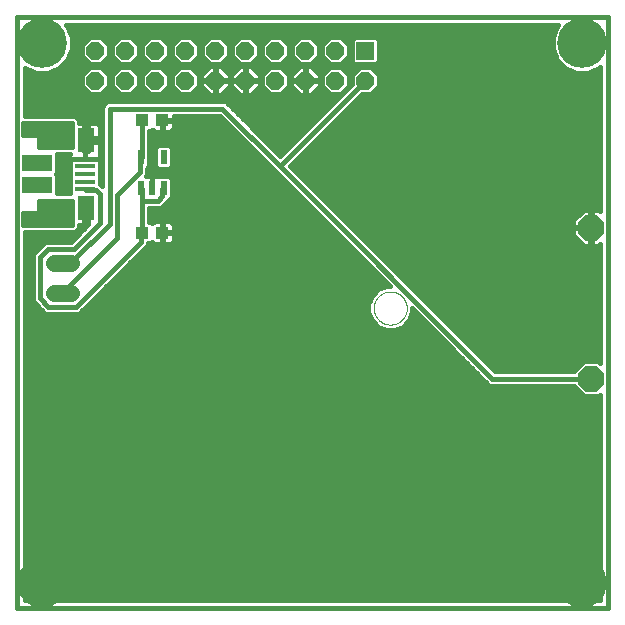
<source format=gtl>
G75*
%MOIN*%
%OFA0B0*%
%FSLAX25Y25*%
%IPPOS*%
%LPD*%
%AMOC8*
5,1,8,0,0,1.08239X$1,22.5*
%
%ADD10C,0.01600*%
%ADD11C,0.00000*%
%ADD12OC8,0.08500*%
%ADD13R,0.06732X0.01575*%
%ADD14R,0.05748X0.07874*%
%ADD15R,0.09843X0.05413*%
%ADD16R,0.06000X0.06000*%
%ADD17OC8,0.06000*%
%ADD18R,0.04331X0.03937*%
%ADD19R,0.02165X0.04724*%
%ADD20C,0.05600*%
%ADD21C,0.16598*%
D10*
X0002849Y0001800D02*
X0199700Y0001800D01*
X0199700Y0198650D01*
X0002849Y0198650D01*
X0002849Y0001800D01*
X0005449Y0004400D02*
X0005449Y0126952D01*
X0010518Y0126952D01*
X0010541Y0126942D01*
X0010671Y0126942D01*
X0010795Y0126905D01*
X0011145Y0126942D01*
X0021614Y0126942D01*
X0022496Y0127308D01*
X0023172Y0127983D01*
X0023537Y0128865D01*
X0023537Y0129206D01*
X0025205Y0129206D01*
X0025205Y0134306D01*
X0026479Y0134306D01*
X0026479Y0129623D01*
X0020655Y0123800D01*
X0012772Y0123800D01*
X0011890Y0123435D01*
X0009090Y0120635D01*
X0008415Y0119959D01*
X0008049Y0119077D01*
X0008049Y0104523D01*
X0008415Y0103641D01*
X0011215Y0100841D01*
X0011890Y0100165D01*
X0012772Y0099800D01*
X0022927Y0099800D01*
X0023809Y0100165D01*
X0045409Y0121765D01*
X0046084Y0122441D01*
X0046412Y0123231D01*
X0047331Y0123231D01*
X0047708Y0123608D01*
X0047925Y0123391D01*
X0048336Y0123154D01*
X0048794Y0123031D01*
X0051012Y0123031D01*
X0051012Y0126616D01*
X0051380Y0126616D01*
X0051380Y0126984D01*
X0055161Y0126984D01*
X0055161Y0129005D01*
X0055039Y0129463D01*
X0054802Y0129874D01*
X0054467Y0130209D01*
X0054056Y0130446D01*
X0053598Y0130568D01*
X0051380Y0130568D01*
X0051380Y0126984D01*
X0051012Y0126984D01*
X0051012Y0130568D01*
X0048794Y0130568D01*
X0048336Y0130446D01*
X0047925Y0130209D01*
X0047708Y0129992D01*
X0047331Y0130368D01*
X0046849Y0130368D01*
X0046849Y0135000D01*
X0050127Y0135000D01*
X0051009Y0135365D01*
X0051684Y0136041D01*
X0053284Y0137641D01*
X0053317Y0137719D01*
X0053335Y0137719D01*
X0054272Y0138657D01*
X0054272Y0144706D01*
X0053335Y0145644D01*
X0049844Y0145644D01*
X0049814Y0145613D01*
X0049627Y0145721D01*
X0049169Y0145844D01*
X0047850Y0145844D01*
X0047850Y0141682D01*
X0047849Y0141682D01*
X0047849Y0145844D01*
X0046530Y0145844D01*
X0046072Y0145721D01*
X0045885Y0145613D01*
X0045855Y0145644D01*
X0045685Y0145644D01*
X0046049Y0146523D01*
X0046049Y0148151D01*
X0046792Y0148894D01*
X0046792Y0151495D01*
X0046794Y0151499D01*
X0046805Y0151615D01*
X0046849Y0151723D01*
X0046849Y0152087D01*
X0046884Y0152450D01*
X0046849Y0152561D01*
X0046849Y0160731D01*
X0047331Y0160731D01*
X0047708Y0161108D01*
X0047925Y0160891D01*
X0048336Y0160654D01*
X0048794Y0160531D01*
X0051012Y0160531D01*
X0051012Y0164116D01*
X0051380Y0164116D01*
X0051380Y0164484D01*
X0055161Y0164484D01*
X0055161Y0165800D01*
X0070255Y0165800D01*
X0089090Y0146965D01*
X0127062Y0108994D01*
X0125726Y0108994D01*
X0123038Y0107881D01*
X0120982Y0105824D01*
X0119868Y0103136D01*
X0119868Y0100227D01*
X0120982Y0097540D01*
X0123038Y0095483D01*
X0125726Y0094370D01*
X0128635Y0094370D01*
X0131322Y0095483D01*
X0133379Y0097540D01*
X0134492Y0100227D01*
X0134492Y0101563D01*
X0159215Y0076841D01*
X0159215Y0076841D01*
X0159890Y0076165D01*
X0160772Y0075800D01*
X0188259Y0075800D01*
X0188259Y0075637D01*
X0191686Y0072210D01*
X0196532Y0072210D01*
X0197100Y0072777D01*
X0197100Y0004400D01*
X0005449Y0004400D01*
X0005449Y0004997D02*
X0197100Y0004997D01*
X0197100Y0006596D02*
X0005449Y0006596D01*
X0005449Y0008194D02*
X0197100Y0008194D01*
X0197100Y0009793D02*
X0005449Y0009793D01*
X0005449Y0011391D02*
X0197100Y0011391D01*
X0197100Y0012990D02*
X0005449Y0012990D01*
X0005449Y0014588D02*
X0197100Y0014588D01*
X0197100Y0016187D02*
X0005449Y0016187D01*
X0005449Y0017785D02*
X0197100Y0017785D01*
X0197100Y0019384D02*
X0005449Y0019384D01*
X0005449Y0020982D02*
X0197100Y0020982D01*
X0197100Y0022581D02*
X0005449Y0022581D01*
X0005449Y0024179D02*
X0197100Y0024179D01*
X0197100Y0025778D02*
X0005449Y0025778D01*
X0005449Y0027376D02*
X0197100Y0027376D01*
X0197100Y0028975D02*
X0005449Y0028975D01*
X0005449Y0030573D02*
X0197100Y0030573D01*
X0197100Y0032172D02*
X0005449Y0032172D01*
X0005449Y0033770D02*
X0197100Y0033770D01*
X0197100Y0035369D02*
X0005449Y0035369D01*
X0005449Y0036967D02*
X0197100Y0036967D01*
X0197100Y0038566D02*
X0005449Y0038566D01*
X0005449Y0040164D02*
X0197100Y0040164D01*
X0197100Y0041763D02*
X0005449Y0041763D01*
X0005449Y0043361D02*
X0197100Y0043361D01*
X0197100Y0044960D02*
X0005449Y0044960D01*
X0005449Y0046558D02*
X0197100Y0046558D01*
X0197100Y0048157D02*
X0005449Y0048157D01*
X0005449Y0049755D02*
X0197100Y0049755D01*
X0197100Y0051354D02*
X0005449Y0051354D01*
X0005449Y0052952D02*
X0197100Y0052952D01*
X0197100Y0054551D02*
X0005449Y0054551D01*
X0005449Y0056149D02*
X0197100Y0056149D01*
X0197100Y0057748D02*
X0005449Y0057748D01*
X0005449Y0059346D02*
X0197100Y0059346D01*
X0197100Y0060945D02*
X0005449Y0060945D01*
X0005449Y0062543D02*
X0197100Y0062543D01*
X0197100Y0064142D02*
X0005449Y0064142D01*
X0005449Y0065740D02*
X0197100Y0065740D01*
X0197100Y0067339D02*
X0005449Y0067339D01*
X0005449Y0068937D02*
X0197100Y0068937D01*
X0197100Y0070536D02*
X0005449Y0070536D01*
X0005449Y0072134D02*
X0197100Y0072134D01*
X0194109Y0078060D02*
X0194049Y0078200D01*
X0161249Y0078200D01*
X0090449Y0149000D01*
X0118849Y0177400D01*
X0118912Y0177528D01*
X0122329Y0174439D02*
X0197100Y0174439D01*
X0197100Y0172841D02*
X0117684Y0172841D01*
X0117772Y0172928D02*
X0120818Y0172928D01*
X0123512Y0175623D01*
X0123512Y0179434D01*
X0120818Y0182128D01*
X0117007Y0182128D01*
X0114312Y0179434D01*
X0114312Y0176257D01*
X0090449Y0152394D01*
X0072609Y0170235D01*
X0071727Y0170600D01*
X0033172Y0170600D01*
X0032290Y0170235D01*
X0031615Y0169559D01*
X0031249Y0168677D01*
X0031249Y0142394D01*
X0030609Y0143035D01*
X0030296Y0143164D01*
X0030296Y0149862D01*
X0030373Y0149996D01*
X0030496Y0150454D01*
X0030496Y0151478D01*
X0025330Y0151478D01*
X0025330Y0151478D01*
X0030496Y0151478D01*
X0030496Y0152502D01*
X0030373Y0152960D01*
X0030330Y0153036D01*
X0030393Y0153145D01*
X0030516Y0153603D01*
X0030516Y0157140D01*
X0026479Y0157140D01*
X0026479Y0158414D01*
X0030516Y0158414D01*
X0030516Y0161951D01*
X0030393Y0162409D01*
X0030156Y0162820D01*
X0029821Y0163155D01*
X0029410Y0163392D01*
X0028953Y0163514D01*
X0026479Y0163514D01*
X0026479Y0158414D01*
X0025205Y0158414D01*
X0025205Y0163514D01*
X0023537Y0163514D01*
X0023537Y0163924D01*
X0023172Y0164806D01*
X0022496Y0165481D01*
X0021614Y0165847D01*
X0011503Y0165847D01*
X0011475Y0165858D01*
X0011126Y0165858D01*
X0010780Y0165896D01*
X0010653Y0165858D01*
X0005449Y0165858D01*
X0005449Y0181783D01*
X0005558Y0181674D01*
X0009197Y0180166D01*
X0013135Y0180166D01*
X0016773Y0181674D01*
X0019558Y0184458D01*
X0021065Y0188097D01*
X0021065Y0192035D01*
X0019558Y0195673D01*
X0019181Y0196050D01*
X0183151Y0196050D01*
X0182774Y0195673D01*
X0181267Y0192035D01*
X0181267Y0188097D01*
X0182774Y0184458D01*
X0185558Y0181674D01*
X0189197Y0180166D01*
X0193135Y0180166D01*
X0196773Y0181674D01*
X0197100Y0182000D01*
X0197100Y0134019D01*
X0196615Y0134504D01*
X0194309Y0134504D01*
X0194309Y0128654D01*
X0193909Y0128654D01*
X0193909Y0134504D01*
X0191603Y0134504D01*
X0188059Y0130960D01*
X0188059Y0128654D01*
X0193909Y0128654D01*
X0193909Y0128254D01*
X0188059Y0128254D01*
X0188059Y0125948D01*
X0191603Y0122404D01*
X0193909Y0122404D01*
X0193909Y0128253D01*
X0194309Y0128253D01*
X0194309Y0122404D01*
X0196615Y0122404D01*
X0197100Y0122888D01*
X0197100Y0083342D01*
X0196532Y0083910D01*
X0191686Y0083910D01*
X0188376Y0080600D01*
X0162244Y0080600D01*
X0093844Y0149000D01*
X0117772Y0172928D01*
X0116086Y0171242D02*
X0197100Y0171242D01*
X0197100Y0169644D02*
X0114487Y0169644D01*
X0112889Y0168045D02*
X0197100Y0168045D01*
X0197100Y0166447D02*
X0111290Y0166447D01*
X0109692Y0164848D02*
X0197100Y0164848D01*
X0197100Y0163250D02*
X0108093Y0163250D01*
X0106495Y0161651D02*
X0197100Y0161651D01*
X0197100Y0160053D02*
X0104896Y0160053D01*
X0103298Y0158454D02*
X0197100Y0158454D01*
X0197100Y0156856D02*
X0101699Y0156856D01*
X0100101Y0155257D02*
X0197100Y0155257D01*
X0197100Y0153659D02*
X0098502Y0153659D01*
X0096904Y0152060D02*
X0197100Y0152060D01*
X0197100Y0150462D02*
X0095305Y0150462D01*
X0093981Y0148863D02*
X0197100Y0148863D01*
X0197100Y0147265D02*
X0095579Y0147265D01*
X0097178Y0145666D02*
X0197100Y0145666D01*
X0197100Y0144068D02*
X0098776Y0144068D01*
X0100375Y0142469D02*
X0197100Y0142469D01*
X0197100Y0140870D02*
X0101973Y0140870D01*
X0103572Y0139272D02*
X0197100Y0139272D01*
X0197100Y0137673D02*
X0105170Y0137673D01*
X0106769Y0136075D02*
X0197100Y0136075D01*
X0197100Y0134476D02*
X0196642Y0134476D01*
X0194309Y0134476D02*
X0193909Y0134476D01*
X0193909Y0132878D02*
X0194309Y0132878D01*
X0194309Y0131279D02*
X0193909Y0131279D01*
X0193909Y0129681D02*
X0194309Y0129681D01*
X0194309Y0128082D02*
X0193909Y0128082D01*
X0193909Y0126484D02*
X0194309Y0126484D01*
X0194309Y0124885D02*
X0193909Y0124885D01*
X0193909Y0123287D02*
X0194309Y0123287D01*
X0197100Y0121688D02*
X0121155Y0121688D01*
X0122754Y0120090D02*
X0197100Y0120090D01*
X0197100Y0118491D02*
X0124352Y0118491D01*
X0125951Y0116893D02*
X0197100Y0116893D01*
X0197100Y0115294D02*
X0127549Y0115294D01*
X0129148Y0113696D02*
X0197100Y0113696D01*
X0197100Y0112097D02*
X0130746Y0112097D01*
X0132345Y0110499D02*
X0197100Y0110499D01*
X0197100Y0108900D02*
X0133943Y0108900D01*
X0135542Y0107302D02*
X0197100Y0107302D01*
X0197100Y0105703D02*
X0137140Y0105703D01*
X0138739Y0104105D02*
X0197100Y0104105D01*
X0197100Y0102506D02*
X0140337Y0102506D01*
X0141936Y0100908D02*
X0197100Y0100908D01*
X0197100Y0099309D02*
X0143534Y0099309D01*
X0145133Y0097711D02*
X0197100Y0097711D01*
X0197100Y0096112D02*
X0146731Y0096112D01*
X0148330Y0094514D02*
X0197100Y0094514D01*
X0197100Y0092915D02*
X0149928Y0092915D01*
X0151527Y0091317D02*
X0197100Y0091317D01*
X0197100Y0089718D02*
X0153125Y0089718D01*
X0154724Y0088120D02*
X0197100Y0088120D01*
X0197100Y0086521D02*
X0156322Y0086521D01*
X0157921Y0084923D02*
X0197100Y0084923D01*
X0191100Y0083324D02*
X0159520Y0083324D01*
X0161118Y0081726D02*
X0189502Y0081726D01*
X0188565Y0075332D02*
X0005449Y0075332D01*
X0005449Y0076930D02*
X0159125Y0076930D01*
X0157527Y0078529D02*
X0005449Y0078529D01*
X0005449Y0080127D02*
X0155928Y0080127D01*
X0154330Y0081726D02*
X0005449Y0081726D01*
X0005449Y0083324D02*
X0152731Y0083324D01*
X0151133Y0084923D02*
X0005449Y0084923D01*
X0005449Y0086521D02*
X0149534Y0086521D01*
X0147936Y0088120D02*
X0005449Y0088120D01*
X0005449Y0089718D02*
X0146337Y0089718D01*
X0144739Y0091317D02*
X0005449Y0091317D01*
X0005449Y0092915D02*
X0143140Y0092915D01*
X0141542Y0094514D02*
X0128981Y0094514D01*
X0131951Y0096112D02*
X0139943Y0096112D01*
X0138345Y0097711D02*
X0133450Y0097711D01*
X0134112Y0099309D02*
X0136746Y0099309D01*
X0135148Y0100908D02*
X0134492Y0100908D01*
X0125379Y0094514D02*
X0005449Y0094514D01*
X0005449Y0096112D02*
X0122409Y0096112D01*
X0120911Y0097711D02*
X0005449Y0097711D01*
X0005449Y0099309D02*
X0120249Y0099309D01*
X0119868Y0100908D02*
X0024551Y0100908D01*
X0026150Y0102506D02*
X0119868Y0102506D01*
X0120270Y0104105D02*
X0027748Y0104105D01*
X0029347Y0105703D02*
X0120932Y0105703D01*
X0122460Y0107302D02*
X0030945Y0107302D01*
X0032544Y0108900D02*
X0125500Y0108900D01*
X0125557Y0110499D02*
X0034142Y0110499D01*
X0035741Y0112097D02*
X0123958Y0112097D01*
X0122360Y0113696D02*
X0037339Y0113696D01*
X0038938Y0115294D02*
X0120761Y0115294D01*
X0119163Y0116893D02*
X0040536Y0116893D01*
X0042135Y0118491D02*
X0117564Y0118491D01*
X0115966Y0120090D02*
X0043733Y0120090D01*
X0045332Y0121688D02*
X0114367Y0121688D01*
X0112769Y0123287D02*
X0054286Y0123287D01*
X0054467Y0123391D02*
X0054056Y0123154D01*
X0053598Y0123031D01*
X0051380Y0123031D01*
X0051380Y0126616D01*
X0055161Y0126616D01*
X0055161Y0124595D01*
X0055039Y0124137D01*
X0054802Y0123726D01*
X0054467Y0123391D01*
X0055161Y0124885D02*
X0111170Y0124885D01*
X0109572Y0126484D02*
X0055161Y0126484D01*
X0055161Y0128082D02*
X0107973Y0128082D01*
X0106374Y0129681D02*
X0054913Y0129681D01*
X0051380Y0129681D02*
X0051012Y0129681D01*
X0051012Y0128082D02*
X0051380Y0128082D01*
X0051380Y0126484D02*
X0051012Y0126484D01*
X0051012Y0124885D02*
X0051380Y0124885D01*
X0051380Y0123287D02*
X0051012Y0123287D01*
X0048106Y0123287D02*
X0047386Y0123287D01*
X0044049Y0123800D02*
X0044049Y0126200D01*
X0044503Y0126800D01*
X0044449Y0127000D01*
X0044449Y0137400D01*
X0049649Y0137400D01*
X0051249Y0139000D01*
X0051249Y0141400D01*
X0051590Y0141681D01*
X0054272Y0142469D02*
X0093586Y0142469D01*
X0091988Y0144068D02*
X0054272Y0144068D01*
X0054272Y0140870D02*
X0095185Y0140870D01*
X0096783Y0139272D02*
X0054272Y0139272D01*
X0053298Y0137673D02*
X0098382Y0137673D01*
X0099980Y0136075D02*
X0051719Y0136075D01*
X0046849Y0134476D02*
X0101579Y0134476D01*
X0103177Y0132878D02*
X0046849Y0132878D01*
X0046849Y0131279D02*
X0104776Y0131279D01*
X0108367Y0134476D02*
X0191576Y0134476D01*
X0189978Y0132878D02*
X0109966Y0132878D01*
X0111564Y0131279D02*
X0188379Y0131279D01*
X0188059Y0129681D02*
X0113163Y0129681D01*
X0114761Y0128082D02*
X0188059Y0128082D01*
X0188059Y0126484D02*
X0116360Y0126484D01*
X0117958Y0124885D02*
X0189122Y0124885D01*
X0190720Y0123287D02*
X0119557Y0123287D01*
X0090389Y0145666D02*
X0049722Y0145666D01*
X0047850Y0145666D02*
X0047849Y0145666D01*
X0047849Y0144068D02*
X0047850Y0144068D01*
X0047849Y0142469D02*
X0047850Y0142469D01*
X0044449Y0141400D02*
X0044109Y0141681D01*
X0044449Y0141400D02*
X0044449Y0137400D01*
X0045695Y0145666D02*
X0045977Y0145666D01*
X0046049Y0147265D02*
X0088791Y0147265D01*
X0089090Y0146965D02*
X0089090Y0146965D01*
X0090449Y0149000D02*
X0071249Y0168200D01*
X0033649Y0168200D01*
X0033649Y0129800D01*
X0020849Y0117000D01*
X0018049Y0117000D01*
X0017849Y0116800D01*
X0021649Y0121400D02*
X0013249Y0121400D01*
X0010449Y0118600D01*
X0010449Y0105000D01*
X0013249Y0102200D01*
X0022449Y0102200D01*
X0044049Y0123800D01*
X0036049Y0125000D02*
X0017849Y0106800D01*
X0011148Y0100908D02*
X0005449Y0100908D01*
X0005449Y0102506D02*
X0009549Y0102506D01*
X0008223Y0104105D02*
X0005449Y0104105D01*
X0005449Y0105703D02*
X0008049Y0105703D01*
X0008049Y0107302D02*
X0005449Y0107302D01*
X0005449Y0108900D02*
X0008049Y0108900D01*
X0008049Y0110499D02*
X0005449Y0110499D01*
X0005449Y0112097D02*
X0008049Y0112097D01*
X0008049Y0113696D02*
X0005449Y0113696D01*
X0005449Y0115294D02*
X0008049Y0115294D01*
X0008049Y0116893D02*
X0005449Y0116893D01*
X0005449Y0118491D02*
X0008049Y0118491D01*
X0008545Y0120090D02*
X0005449Y0120090D01*
X0005449Y0121688D02*
X0010144Y0121688D01*
X0011742Y0123287D02*
X0005449Y0123287D01*
X0005449Y0124885D02*
X0021741Y0124885D01*
X0023339Y0126484D02*
X0005449Y0126484D01*
X0004738Y0129352D02*
X0004720Y0133299D01*
X0010035Y0133299D01*
X0010035Y0137512D01*
X0021137Y0137512D01*
X0021137Y0129342D01*
X0011019Y0129342D01*
X0011037Y0129352D01*
X0004738Y0129352D01*
X0004736Y0129681D02*
X0021137Y0129681D01*
X0021137Y0131279D02*
X0004729Y0131279D01*
X0004722Y0132878D02*
X0021137Y0132878D01*
X0021137Y0134476D02*
X0010035Y0134476D01*
X0010035Y0136075D02*
X0021137Y0136075D01*
X0020364Y0139912D02*
X0015985Y0139912D01*
X0015985Y0146038D01*
X0015663Y0146360D01*
X0015985Y0146681D01*
X0015985Y0152877D01*
X0020264Y0152877D01*
X0020164Y0152502D01*
X0020164Y0151478D01*
X0020164Y0150454D01*
X0020286Y0149996D01*
X0020364Y0149862D01*
X0020364Y0139912D01*
X0020364Y0140870D02*
X0015985Y0140870D01*
X0015985Y0142469D02*
X0020364Y0142469D01*
X0020364Y0144068D02*
X0015985Y0144068D01*
X0015985Y0145666D02*
X0020364Y0145666D01*
X0020364Y0147265D02*
X0015985Y0147265D01*
X0015985Y0148863D02*
X0020364Y0148863D01*
X0020164Y0150462D02*
X0015985Y0150462D01*
X0015985Y0152060D02*
X0020164Y0152060D01*
X0020164Y0151478D02*
X0025330Y0151478D01*
X0025330Y0151478D01*
X0025330Y0154065D01*
X0026479Y0154065D01*
X0026479Y0157140D01*
X0025205Y0157140D01*
X0025205Y0154065D01*
X0025330Y0154065D01*
X0025330Y0151478D01*
X0020164Y0151478D01*
X0021137Y0155277D02*
X0010035Y0155277D01*
X0010035Y0159490D01*
X0004720Y0159490D01*
X0004698Y0163458D01*
X0010997Y0163458D01*
X0011019Y0163447D01*
X0021137Y0163447D01*
X0021137Y0155277D01*
X0021137Y0156856D02*
X0010035Y0156856D01*
X0010035Y0158454D02*
X0021137Y0158454D01*
X0021137Y0160053D02*
X0004716Y0160053D01*
X0004708Y0161651D02*
X0021137Y0161651D01*
X0021137Y0163250D02*
X0004699Y0163250D01*
X0005449Y0166447D02*
X0031249Y0166447D01*
X0031249Y0168045D02*
X0005449Y0168045D01*
X0005449Y0169644D02*
X0031699Y0169644D01*
X0030818Y0172928D02*
X0027007Y0172928D01*
X0024312Y0175623D01*
X0024312Y0179434D01*
X0027007Y0182128D01*
X0030818Y0182128D01*
X0033512Y0179434D01*
X0033512Y0175623D01*
X0030818Y0172928D01*
X0032329Y0174439D02*
X0035496Y0174439D01*
X0034312Y0175623D02*
X0037007Y0172928D01*
X0040818Y0172928D01*
X0043512Y0175623D01*
X0043512Y0179434D01*
X0040818Y0182128D01*
X0037007Y0182128D01*
X0034312Y0179434D01*
X0034312Y0175623D01*
X0034312Y0176038D02*
X0033512Y0176038D01*
X0033512Y0177636D02*
X0034312Y0177636D01*
X0034312Y0179235D02*
X0033512Y0179235D01*
X0032113Y0180833D02*
X0035712Y0180833D01*
X0037007Y0182928D02*
X0040818Y0182928D01*
X0043512Y0185623D01*
X0043512Y0189434D01*
X0040818Y0192128D01*
X0037007Y0192128D01*
X0034312Y0189434D01*
X0034312Y0185623D01*
X0037007Y0182928D01*
X0035905Y0184030D02*
X0031920Y0184030D01*
X0030818Y0182928D02*
X0033512Y0185623D01*
X0033512Y0189434D01*
X0030818Y0192128D01*
X0027007Y0192128D01*
X0024312Y0189434D01*
X0024312Y0185623D01*
X0027007Y0182928D01*
X0030818Y0182928D01*
X0033512Y0185629D02*
X0034312Y0185629D01*
X0034312Y0187227D02*
X0033512Y0187227D01*
X0033512Y0188826D02*
X0034312Y0188826D01*
X0035303Y0190424D02*
X0032522Y0190424D01*
X0030923Y0192023D02*
X0036902Y0192023D01*
X0040923Y0192023D02*
X0046902Y0192023D01*
X0047007Y0192128D02*
X0044312Y0189434D01*
X0044312Y0185623D01*
X0047007Y0182928D01*
X0050818Y0182928D01*
X0053512Y0185623D01*
X0053512Y0189434D01*
X0050818Y0192128D01*
X0047007Y0192128D01*
X0045303Y0190424D02*
X0042522Y0190424D01*
X0043512Y0188826D02*
X0044312Y0188826D01*
X0044312Y0187227D02*
X0043512Y0187227D01*
X0043512Y0185629D02*
X0044312Y0185629D01*
X0045905Y0184030D02*
X0041920Y0184030D01*
X0042113Y0180833D02*
X0045712Y0180833D01*
X0047007Y0182128D02*
X0044312Y0179434D01*
X0044312Y0175623D01*
X0047007Y0172928D01*
X0050818Y0172928D01*
X0053512Y0175623D01*
X0053512Y0179434D01*
X0050818Y0182128D01*
X0047007Y0182128D01*
X0044312Y0179235D02*
X0043512Y0179235D01*
X0043512Y0177636D02*
X0044312Y0177636D01*
X0044312Y0176038D02*
X0043512Y0176038D01*
X0042329Y0174439D02*
X0045496Y0174439D01*
X0052329Y0174439D02*
X0055496Y0174439D01*
X0054312Y0175623D02*
X0057007Y0172928D01*
X0060818Y0172928D01*
X0063512Y0175623D01*
X0063512Y0179434D01*
X0060818Y0182128D01*
X0057007Y0182128D01*
X0054312Y0179434D01*
X0054312Y0175623D01*
X0054312Y0176038D02*
X0053512Y0176038D01*
X0053512Y0177636D02*
X0054312Y0177636D01*
X0054312Y0179235D02*
X0053512Y0179235D01*
X0052113Y0180833D02*
X0055712Y0180833D01*
X0057007Y0182928D02*
X0060818Y0182928D01*
X0063512Y0185623D01*
X0063512Y0189434D01*
X0060818Y0192128D01*
X0057007Y0192128D01*
X0054312Y0189434D01*
X0054312Y0185623D01*
X0057007Y0182928D01*
X0055905Y0184030D02*
X0051920Y0184030D01*
X0053512Y0185629D02*
X0054312Y0185629D01*
X0054312Y0187227D02*
X0053512Y0187227D01*
X0053512Y0188826D02*
X0054312Y0188826D01*
X0055303Y0190424D02*
X0052522Y0190424D01*
X0050923Y0192023D02*
X0056902Y0192023D01*
X0060923Y0192023D02*
X0066902Y0192023D01*
X0067007Y0192128D02*
X0064312Y0189434D01*
X0064312Y0185623D01*
X0067007Y0182928D01*
X0070818Y0182928D01*
X0073512Y0185623D01*
X0073512Y0189434D01*
X0070818Y0192128D01*
X0067007Y0192128D01*
X0065303Y0190424D02*
X0062522Y0190424D01*
X0063512Y0188826D02*
X0064312Y0188826D01*
X0064312Y0187227D02*
X0063512Y0187227D01*
X0063512Y0185629D02*
X0064312Y0185629D01*
X0065905Y0184030D02*
X0061920Y0184030D01*
X0062113Y0180833D02*
X0065429Y0180833D01*
X0064112Y0179517D02*
X0064112Y0177728D01*
X0068712Y0177728D01*
X0068712Y0177328D01*
X0064112Y0177328D01*
X0064112Y0175540D01*
X0066924Y0172728D01*
X0068712Y0172728D01*
X0068712Y0177328D01*
X0069112Y0177328D01*
X0069112Y0172728D01*
X0070901Y0172728D01*
X0073712Y0175540D01*
X0073712Y0177328D01*
X0069113Y0177328D01*
X0069113Y0177728D01*
X0073712Y0177728D01*
X0073712Y0179517D01*
X0070901Y0182328D01*
X0069112Y0182328D01*
X0069112Y0177728D01*
X0068712Y0177728D01*
X0068712Y0182328D01*
X0066924Y0182328D01*
X0064112Y0179517D01*
X0064112Y0179235D02*
X0063512Y0179235D01*
X0063512Y0177636D02*
X0068712Y0177636D01*
X0069113Y0177636D02*
X0078712Y0177636D01*
X0078712Y0177728D02*
X0078712Y0177328D01*
X0074112Y0177328D01*
X0074112Y0175540D01*
X0076924Y0172728D01*
X0078712Y0172728D01*
X0078712Y0177328D01*
X0079112Y0177328D01*
X0079112Y0172728D01*
X0080901Y0172728D01*
X0083712Y0175540D01*
X0083712Y0177328D01*
X0079113Y0177328D01*
X0079113Y0177728D01*
X0083712Y0177728D01*
X0083712Y0179517D01*
X0080901Y0182328D01*
X0079112Y0182328D01*
X0079112Y0177728D01*
X0078712Y0177728D01*
X0074112Y0177728D01*
X0074112Y0179517D01*
X0076924Y0182328D01*
X0078712Y0182328D01*
X0078712Y0177728D01*
X0079113Y0177636D02*
X0084312Y0177636D01*
X0084312Y0176038D02*
X0083712Y0176038D01*
X0084312Y0175623D02*
X0087007Y0172928D01*
X0090818Y0172928D01*
X0093512Y0175623D01*
X0093512Y0179434D01*
X0090818Y0182128D01*
X0087007Y0182128D01*
X0084312Y0179434D01*
X0084312Y0175623D01*
X0085496Y0174439D02*
X0082612Y0174439D01*
X0081013Y0172841D02*
X0096812Y0172841D01*
X0096924Y0172728D02*
X0098712Y0172728D01*
X0098712Y0177328D01*
X0094112Y0177328D01*
X0094112Y0175540D01*
X0096924Y0172728D01*
X0098712Y0172841D02*
X0099112Y0172841D01*
X0099112Y0172728D02*
X0100901Y0172728D01*
X0103712Y0175540D01*
X0103712Y0177328D01*
X0099113Y0177328D01*
X0099113Y0177728D01*
X0103712Y0177728D01*
X0103712Y0179517D01*
X0100901Y0182328D01*
X0099112Y0182328D01*
X0099112Y0177728D01*
X0098712Y0177728D01*
X0098712Y0177328D01*
X0099112Y0177328D01*
X0099112Y0172728D01*
X0099112Y0174439D02*
X0098712Y0174439D01*
X0098712Y0176038D02*
X0099112Y0176038D01*
X0099113Y0177636D02*
X0104312Y0177636D01*
X0104312Y0176038D02*
X0103712Y0176038D01*
X0104312Y0175623D02*
X0107007Y0172928D01*
X0110818Y0172928D01*
X0113512Y0175623D01*
X0113512Y0179434D01*
X0110818Y0182128D01*
X0107007Y0182128D01*
X0104312Y0179434D01*
X0104312Y0175623D01*
X0105496Y0174439D02*
X0102612Y0174439D01*
X0101013Y0172841D02*
X0110896Y0172841D01*
X0112329Y0174439D02*
X0112495Y0174439D01*
X0113512Y0176038D02*
X0114093Y0176038D01*
X0114312Y0177636D02*
X0113512Y0177636D01*
X0113512Y0179235D02*
X0114312Y0179235D01*
X0115712Y0180833D02*
X0112113Y0180833D01*
X0110818Y0182928D02*
X0113512Y0185623D01*
X0113512Y0189434D01*
X0110818Y0192128D01*
X0107007Y0192128D01*
X0104312Y0189434D01*
X0104312Y0185623D01*
X0107007Y0182928D01*
X0110818Y0182928D01*
X0111920Y0184030D02*
X0114312Y0184030D01*
X0114312Y0183866D02*
X0115250Y0182928D01*
X0122575Y0182928D01*
X0123512Y0183866D01*
X0123512Y0191191D01*
X0122575Y0192128D01*
X0115250Y0192128D01*
X0114312Y0191191D01*
X0114312Y0183866D01*
X0114312Y0185629D02*
X0113512Y0185629D01*
X0113512Y0187227D02*
X0114312Y0187227D01*
X0114312Y0188826D02*
X0113512Y0188826D01*
X0114312Y0190424D02*
X0112522Y0190424D01*
X0110923Y0192023D02*
X0115144Y0192023D01*
X0122681Y0192023D02*
X0181267Y0192023D01*
X0181267Y0190424D02*
X0123512Y0190424D01*
X0123512Y0188826D02*
X0181267Y0188826D01*
X0181627Y0187227D02*
X0123512Y0187227D01*
X0123512Y0185629D02*
X0182289Y0185629D01*
X0183202Y0184030D02*
X0123512Y0184030D01*
X0122113Y0180833D02*
X0187587Y0180833D01*
X0184800Y0182432D02*
X0017532Y0182432D01*
X0019130Y0184030D02*
X0025905Y0184030D01*
X0024312Y0185629D02*
X0020043Y0185629D01*
X0020705Y0187227D02*
X0024312Y0187227D01*
X0024312Y0188826D02*
X0021065Y0188826D01*
X0021065Y0190424D02*
X0025303Y0190424D01*
X0026902Y0192023D02*
X0021065Y0192023D01*
X0020408Y0193621D02*
X0181924Y0193621D01*
X0182586Y0195220D02*
X0019746Y0195220D01*
X0014745Y0180833D02*
X0025712Y0180833D01*
X0024312Y0179235D02*
X0005449Y0179235D01*
X0005449Y0180833D02*
X0007587Y0180833D01*
X0005449Y0177636D02*
X0024312Y0177636D01*
X0024312Y0176038D02*
X0005449Y0176038D01*
X0005449Y0174439D02*
X0025496Y0174439D01*
X0023129Y0164848D02*
X0031249Y0164848D01*
X0031249Y0163250D02*
X0029656Y0163250D01*
X0030516Y0161651D02*
X0031249Y0161651D01*
X0031249Y0160053D02*
X0030516Y0160053D01*
X0030516Y0158454D02*
X0031249Y0158454D01*
X0031249Y0156856D02*
X0030516Y0156856D01*
X0030516Y0155257D02*
X0031249Y0155257D01*
X0031249Y0153659D02*
X0030516Y0153659D01*
X0030496Y0152060D02*
X0031249Y0152060D01*
X0031249Y0150462D02*
X0030496Y0150462D01*
X0030296Y0148863D02*
X0031249Y0148863D01*
X0031249Y0147265D02*
X0030296Y0147265D01*
X0030296Y0145666D02*
X0031249Y0145666D01*
X0031249Y0144068D02*
X0030296Y0144068D01*
X0031175Y0142469D02*
X0031249Y0142469D01*
X0029249Y0141000D02*
X0030449Y0139800D01*
X0030449Y0130200D01*
X0021649Y0121400D01*
X0023213Y0128082D02*
X0024938Y0128082D01*
X0025205Y0129681D02*
X0026479Y0129681D01*
X0026479Y0131279D02*
X0025205Y0131279D01*
X0025205Y0132878D02*
X0026479Y0132878D01*
X0025649Y0141000D02*
X0025330Y0141242D01*
X0025649Y0141000D02*
X0029249Y0141000D01*
X0036049Y0139400D02*
X0036049Y0125000D01*
X0036049Y0139400D02*
X0043649Y0147000D01*
X0043649Y0151400D01*
X0044109Y0151919D01*
X0044449Y0152200D01*
X0044449Y0164200D01*
X0044503Y0164300D01*
X0046849Y0160053D02*
X0076003Y0160053D01*
X0074404Y0161651D02*
X0055042Y0161651D01*
X0055039Y0161637D02*
X0055161Y0162095D01*
X0055161Y0164116D01*
X0051380Y0164116D01*
X0051380Y0160531D01*
X0053598Y0160531D01*
X0054056Y0160654D01*
X0054467Y0160891D01*
X0054802Y0161226D01*
X0055039Y0161637D01*
X0055161Y0163250D02*
X0072806Y0163250D01*
X0071207Y0164848D02*
X0055161Y0164848D01*
X0051380Y0163250D02*
X0051012Y0163250D01*
X0051012Y0161651D02*
X0051380Y0161651D01*
X0046849Y0158454D02*
X0077601Y0158454D01*
X0079200Y0156856D02*
X0046849Y0156856D01*
X0046849Y0155257D02*
X0049221Y0155257D01*
X0048907Y0154943D02*
X0048907Y0148894D01*
X0049844Y0147956D01*
X0053335Y0147956D01*
X0054272Y0148894D01*
X0054272Y0154943D01*
X0053335Y0155881D01*
X0049844Y0155881D01*
X0048907Y0154943D01*
X0048907Y0153659D02*
X0046849Y0153659D01*
X0046849Y0152060D02*
X0048907Y0152060D01*
X0048907Y0150462D02*
X0046792Y0150462D01*
X0046761Y0148863D02*
X0048937Y0148863D01*
X0054242Y0148863D02*
X0087192Y0148863D01*
X0085594Y0150462D02*
X0054272Y0150462D01*
X0054272Y0152060D02*
X0083995Y0152060D01*
X0082397Y0153659D02*
X0054272Y0153659D01*
X0053959Y0155257D02*
X0080798Y0155257D01*
X0084389Y0158454D02*
X0096510Y0158454D01*
X0098108Y0160053D02*
X0082791Y0160053D01*
X0081192Y0161651D02*
X0099707Y0161651D01*
X0101305Y0163250D02*
X0079594Y0163250D01*
X0077995Y0164848D02*
X0102904Y0164848D01*
X0104502Y0166447D02*
X0076397Y0166447D01*
X0074798Y0168045D02*
X0106101Y0168045D01*
X0107699Y0169644D02*
X0073200Y0169644D01*
X0071013Y0172841D02*
X0076812Y0172841D01*
X0078712Y0172841D02*
X0079112Y0172841D01*
X0079112Y0174439D02*
X0078712Y0174439D01*
X0078712Y0176038D02*
X0079112Y0176038D01*
X0079112Y0179235D02*
X0078712Y0179235D01*
X0078712Y0180833D02*
X0079112Y0180833D01*
X0080818Y0182928D02*
X0077007Y0182928D01*
X0074312Y0185623D01*
X0074312Y0189434D01*
X0077007Y0192128D01*
X0080818Y0192128D01*
X0083512Y0189434D01*
X0083512Y0185623D01*
X0080818Y0182928D01*
X0081920Y0184030D02*
X0085905Y0184030D01*
X0087007Y0182928D02*
X0084312Y0185623D01*
X0084312Y0189434D01*
X0087007Y0192128D01*
X0090818Y0192128D01*
X0093512Y0189434D01*
X0093512Y0185623D01*
X0090818Y0182928D01*
X0087007Y0182928D01*
X0085712Y0180833D02*
X0082396Y0180833D01*
X0083712Y0179235D02*
X0084312Y0179235D01*
X0084312Y0185629D02*
X0083512Y0185629D01*
X0083512Y0187227D02*
X0084312Y0187227D01*
X0084312Y0188826D02*
X0083512Y0188826D01*
X0082522Y0190424D02*
X0085303Y0190424D01*
X0086902Y0192023D02*
X0080923Y0192023D01*
X0076902Y0192023D02*
X0070923Y0192023D01*
X0072522Y0190424D02*
X0075303Y0190424D01*
X0074312Y0188826D02*
X0073512Y0188826D01*
X0073512Y0187227D02*
X0074312Y0187227D01*
X0074312Y0185629D02*
X0073512Y0185629D01*
X0071920Y0184030D02*
X0075905Y0184030D01*
X0075429Y0180833D02*
X0072396Y0180833D01*
X0073712Y0179235D02*
X0074112Y0179235D01*
X0074112Y0176038D02*
X0073712Y0176038D01*
X0072612Y0174439D02*
X0075213Y0174439D01*
X0069112Y0174439D02*
X0068712Y0174439D01*
X0068712Y0172841D02*
X0069112Y0172841D01*
X0066812Y0172841D02*
X0005449Y0172841D01*
X0005449Y0171242D02*
X0109298Y0171242D01*
X0104312Y0179235D02*
X0103712Y0179235D01*
X0102396Y0180833D02*
X0105712Y0180833D01*
X0105905Y0184030D02*
X0101920Y0184030D01*
X0100818Y0182928D02*
X0103512Y0185623D01*
X0103512Y0189434D01*
X0100818Y0192128D01*
X0097007Y0192128D01*
X0094312Y0189434D01*
X0094312Y0185623D01*
X0097007Y0182928D01*
X0100818Y0182928D01*
X0099112Y0180833D02*
X0098712Y0180833D01*
X0098712Y0182328D02*
X0096924Y0182328D01*
X0094112Y0179517D01*
X0094112Y0177728D01*
X0098712Y0177728D01*
X0098712Y0182328D01*
X0098712Y0179235D02*
X0099112Y0179235D01*
X0098712Y0177636D02*
X0093512Y0177636D01*
X0093512Y0176038D02*
X0094112Y0176038D01*
X0095213Y0174439D02*
X0092329Y0174439D01*
X0093512Y0179235D02*
X0094112Y0179235D01*
X0095429Y0180833D02*
X0092113Y0180833D01*
X0091920Y0184030D02*
X0095905Y0184030D01*
X0094312Y0185629D02*
X0093512Y0185629D01*
X0093512Y0187227D02*
X0094312Y0187227D01*
X0094312Y0188826D02*
X0093512Y0188826D01*
X0092522Y0190424D02*
X0095303Y0190424D01*
X0096902Y0192023D02*
X0090923Y0192023D01*
X0100923Y0192023D02*
X0106902Y0192023D01*
X0105303Y0190424D02*
X0102522Y0190424D01*
X0103512Y0188826D02*
X0104312Y0188826D01*
X0104312Y0187227D02*
X0103512Y0187227D01*
X0103512Y0185629D02*
X0104312Y0185629D01*
X0123512Y0179235D02*
X0197100Y0179235D01*
X0197100Y0180833D02*
X0194745Y0180833D01*
X0197100Y0177636D02*
X0123512Y0177636D01*
X0123512Y0176038D02*
X0197100Y0176038D01*
X0094911Y0156856D02*
X0085988Y0156856D01*
X0087587Y0155257D02*
X0093312Y0155257D01*
X0091714Y0153659D02*
X0089185Y0153659D01*
X0069112Y0176038D02*
X0068712Y0176038D01*
X0068712Y0179235D02*
X0069112Y0179235D01*
X0069112Y0180833D02*
X0068712Y0180833D01*
X0064112Y0176038D02*
X0063512Y0176038D01*
X0062329Y0174439D02*
X0065213Y0174439D01*
X0026479Y0163250D02*
X0025205Y0163250D01*
X0025205Y0161651D02*
X0026479Y0161651D01*
X0026479Y0160053D02*
X0025205Y0160053D01*
X0025205Y0158454D02*
X0026479Y0158454D01*
X0026479Y0156856D02*
X0025205Y0156856D01*
X0025205Y0155257D02*
X0026479Y0155257D01*
X0025330Y0153659D02*
X0025330Y0153659D01*
X0025330Y0152060D02*
X0025330Y0152060D01*
X0025330Y0151478D02*
X0025330Y0151478D01*
X0005449Y0073733D02*
X0190163Y0073733D01*
D11*
X0121668Y0101682D02*
X0121670Y0101830D01*
X0121676Y0101978D01*
X0121686Y0102126D01*
X0121700Y0102273D01*
X0121718Y0102420D01*
X0121739Y0102566D01*
X0121765Y0102712D01*
X0121795Y0102857D01*
X0121828Y0103001D01*
X0121866Y0103144D01*
X0121907Y0103286D01*
X0121952Y0103427D01*
X0122000Y0103567D01*
X0122053Y0103706D01*
X0122109Y0103843D01*
X0122169Y0103978D01*
X0122232Y0104112D01*
X0122299Y0104244D01*
X0122370Y0104374D01*
X0122444Y0104502D01*
X0122521Y0104628D01*
X0122602Y0104752D01*
X0122686Y0104874D01*
X0122773Y0104993D01*
X0122864Y0105110D01*
X0122958Y0105225D01*
X0123054Y0105337D01*
X0123154Y0105447D01*
X0123256Y0105553D01*
X0123362Y0105657D01*
X0123470Y0105758D01*
X0123581Y0105856D01*
X0123694Y0105952D01*
X0123810Y0106044D01*
X0123928Y0106133D01*
X0124049Y0106218D01*
X0124172Y0106301D01*
X0124297Y0106380D01*
X0124424Y0106456D01*
X0124553Y0106528D01*
X0124684Y0106597D01*
X0124817Y0106662D01*
X0124952Y0106723D01*
X0125088Y0106781D01*
X0125225Y0106836D01*
X0125364Y0106886D01*
X0125505Y0106933D01*
X0125646Y0106976D01*
X0125789Y0107016D01*
X0125933Y0107051D01*
X0126077Y0107083D01*
X0126223Y0107110D01*
X0126369Y0107134D01*
X0126516Y0107154D01*
X0126663Y0107170D01*
X0126810Y0107182D01*
X0126958Y0107190D01*
X0127106Y0107194D01*
X0127254Y0107194D01*
X0127402Y0107190D01*
X0127550Y0107182D01*
X0127697Y0107170D01*
X0127844Y0107154D01*
X0127991Y0107134D01*
X0128137Y0107110D01*
X0128283Y0107083D01*
X0128427Y0107051D01*
X0128571Y0107016D01*
X0128714Y0106976D01*
X0128855Y0106933D01*
X0128996Y0106886D01*
X0129135Y0106836D01*
X0129272Y0106781D01*
X0129408Y0106723D01*
X0129543Y0106662D01*
X0129676Y0106597D01*
X0129807Y0106528D01*
X0129936Y0106456D01*
X0130063Y0106380D01*
X0130188Y0106301D01*
X0130311Y0106218D01*
X0130432Y0106133D01*
X0130550Y0106044D01*
X0130666Y0105952D01*
X0130779Y0105856D01*
X0130890Y0105758D01*
X0130998Y0105657D01*
X0131104Y0105553D01*
X0131206Y0105447D01*
X0131306Y0105337D01*
X0131402Y0105225D01*
X0131496Y0105110D01*
X0131587Y0104993D01*
X0131674Y0104874D01*
X0131758Y0104752D01*
X0131839Y0104628D01*
X0131916Y0104502D01*
X0131990Y0104374D01*
X0132061Y0104244D01*
X0132128Y0104112D01*
X0132191Y0103978D01*
X0132251Y0103843D01*
X0132307Y0103706D01*
X0132360Y0103567D01*
X0132408Y0103427D01*
X0132453Y0103286D01*
X0132494Y0103144D01*
X0132532Y0103001D01*
X0132565Y0102857D01*
X0132595Y0102712D01*
X0132621Y0102566D01*
X0132642Y0102420D01*
X0132660Y0102273D01*
X0132674Y0102126D01*
X0132684Y0101978D01*
X0132690Y0101830D01*
X0132692Y0101682D01*
X0132690Y0101534D01*
X0132684Y0101386D01*
X0132674Y0101238D01*
X0132660Y0101091D01*
X0132642Y0100944D01*
X0132621Y0100798D01*
X0132595Y0100652D01*
X0132565Y0100507D01*
X0132532Y0100363D01*
X0132494Y0100220D01*
X0132453Y0100078D01*
X0132408Y0099937D01*
X0132360Y0099797D01*
X0132307Y0099658D01*
X0132251Y0099521D01*
X0132191Y0099386D01*
X0132128Y0099252D01*
X0132061Y0099120D01*
X0131990Y0098990D01*
X0131916Y0098862D01*
X0131839Y0098736D01*
X0131758Y0098612D01*
X0131674Y0098490D01*
X0131587Y0098371D01*
X0131496Y0098254D01*
X0131402Y0098139D01*
X0131306Y0098027D01*
X0131206Y0097917D01*
X0131104Y0097811D01*
X0130998Y0097707D01*
X0130890Y0097606D01*
X0130779Y0097508D01*
X0130666Y0097412D01*
X0130550Y0097320D01*
X0130432Y0097231D01*
X0130311Y0097146D01*
X0130188Y0097063D01*
X0130063Y0096984D01*
X0129936Y0096908D01*
X0129807Y0096836D01*
X0129676Y0096767D01*
X0129543Y0096702D01*
X0129408Y0096641D01*
X0129272Y0096583D01*
X0129135Y0096528D01*
X0128996Y0096478D01*
X0128855Y0096431D01*
X0128714Y0096388D01*
X0128571Y0096348D01*
X0128427Y0096313D01*
X0128283Y0096281D01*
X0128137Y0096254D01*
X0127991Y0096230D01*
X0127844Y0096210D01*
X0127697Y0096194D01*
X0127550Y0096182D01*
X0127402Y0096174D01*
X0127254Y0096170D01*
X0127106Y0096170D01*
X0126958Y0096174D01*
X0126810Y0096182D01*
X0126663Y0096194D01*
X0126516Y0096210D01*
X0126369Y0096230D01*
X0126223Y0096254D01*
X0126077Y0096281D01*
X0125933Y0096313D01*
X0125789Y0096348D01*
X0125646Y0096388D01*
X0125505Y0096431D01*
X0125364Y0096478D01*
X0125225Y0096528D01*
X0125088Y0096583D01*
X0124952Y0096641D01*
X0124817Y0096702D01*
X0124684Y0096767D01*
X0124553Y0096836D01*
X0124424Y0096908D01*
X0124297Y0096984D01*
X0124172Y0097063D01*
X0124049Y0097146D01*
X0123928Y0097231D01*
X0123810Y0097320D01*
X0123694Y0097412D01*
X0123581Y0097508D01*
X0123470Y0097606D01*
X0123362Y0097707D01*
X0123256Y0097811D01*
X0123154Y0097917D01*
X0123054Y0098027D01*
X0122958Y0098139D01*
X0122864Y0098254D01*
X0122773Y0098371D01*
X0122686Y0098490D01*
X0122602Y0098612D01*
X0122521Y0098736D01*
X0122444Y0098862D01*
X0122370Y0098990D01*
X0122299Y0099120D01*
X0122232Y0099252D01*
X0122169Y0099386D01*
X0122109Y0099521D01*
X0122053Y0099658D01*
X0122000Y0099797D01*
X0121952Y0099937D01*
X0121907Y0100078D01*
X0121866Y0100220D01*
X0121828Y0100363D01*
X0121795Y0100507D01*
X0121765Y0100652D01*
X0121739Y0100798D01*
X0121718Y0100944D01*
X0121700Y0101091D01*
X0121686Y0101238D01*
X0121676Y0101386D01*
X0121670Y0101534D01*
X0121668Y0101682D01*
D12*
X0194109Y0078060D03*
X0194109Y0128454D03*
D13*
X0025330Y0141242D03*
X0025330Y0143801D03*
X0025330Y0146360D03*
X0025330Y0148919D03*
X0025330Y0151478D03*
D14*
X0025842Y0157777D03*
X0025842Y0134943D03*
D15*
X0009464Y0142669D03*
X0009464Y0150051D03*
D16*
X0118912Y0187528D03*
D17*
X0108912Y0187528D03*
X0098912Y0187528D03*
X0088912Y0187528D03*
X0078912Y0187528D03*
X0068912Y0187528D03*
X0058912Y0187528D03*
X0048912Y0187528D03*
X0038912Y0187528D03*
X0028912Y0187528D03*
X0028912Y0177528D03*
X0038912Y0177528D03*
X0048912Y0177528D03*
X0058912Y0177528D03*
X0068912Y0177528D03*
X0078912Y0177528D03*
X0088912Y0177528D03*
X0098912Y0177528D03*
X0108912Y0177528D03*
X0118912Y0177528D03*
D18*
X0051196Y0164300D03*
X0044503Y0164300D03*
X0044503Y0126800D03*
X0051196Y0126800D03*
D19*
X0051590Y0141681D03*
X0047849Y0141681D03*
X0044109Y0141681D03*
X0044109Y0151919D03*
X0051590Y0151919D03*
D20*
X0020649Y0116800D02*
X0015049Y0116800D01*
X0015049Y0106800D02*
X0020649Y0106800D01*
D21*
X0011166Y0190066D03*
X0191166Y0190066D03*
X0191166Y0010066D03*
X0011166Y0010066D03*
M02*

</source>
